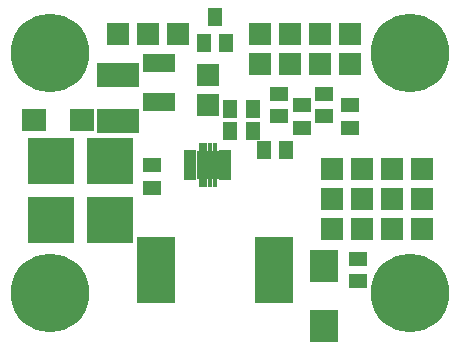
<source format=gbr>
G75*
G70*
%OFA0B0*%
%FSLAX24Y24*%
%IPPOS*%
%LPD*%
%AMOC8*
5,1,8,0,0,1.08239X$1,22.5*
%
%ADD10R,0.0590X0.0470*%
%ADD11R,0.0730X0.0730*%
%ADD12R,0.1080X0.0630*%
%ADD13R,0.0474X0.0631*%
%ADD14R,0.1419X0.0828*%
%ADD15R,0.0789X0.0749*%
%ADD16C,0.2620*%
%ADD17R,0.0470X0.0590*%
%ADD18R,0.0930X0.1080*%
%ADD19R,0.0415X0.0190*%
%ADD20R,0.0749X0.0926*%
%ADD21R,0.0178X0.0356*%
%ADD22C,0.0398*%
%ADD23R,0.1261X0.2245*%
%ADD24R,0.1580X0.1580*%
D10*
X005910Y006036D03*
X005910Y006784D03*
X010160Y008411D03*
X010910Y008784D03*
X011660Y008411D03*
X010910Y008036D03*
X010160Y009159D03*
X011660Y009159D03*
X012535Y008784D03*
X012535Y008036D03*
X012785Y003659D03*
X012785Y002911D03*
D11*
X012910Y004660D03*
X011910Y004660D03*
X011910Y005660D03*
X012910Y005660D03*
X013910Y005660D03*
X014910Y005660D03*
X014910Y004660D03*
X013910Y004660D03*
X013910Y006660D03*
X012910Y006660D03*
X011910Y006660D03*
X014910Y006660D03*
X012535Y010160D03*
X011535Y010160D03*
X010535Y010160D03*
X009535Y010160D03*
X009535Y011160D03*
X010535Y011160D03*
X011535Y011160D03*
X012535Y011160D03*
X007785Y009785D03*
X007785Y008785D03*
X006785Y011160D03*
X005785Y011160D03*
X004785Y011160D03*
D12*
X006160Y010185D03*
X006160Y008885D03*
D13*
X007661Y010852D03*
X008409Y010852D03*
X008035Y011718D03*
D14*
X004785Y009803D03*
X004785Y008267D03*
D15*
X003592Y008285D03*
X001978Y008285D03*
D16*
X002535Y002535D03*
X002535Y010535D03*
X014535Y010535D03*
X014535Y002535D03*
D17*
X010409Y007285D03*
X009661Y007285D03*
X009284Y007910D03*
X008536Y007910D03*
X008536Y008660D03*
X009284Y008660D03*
D18*
X011660Y003410D03*
X011660Y001410D03*
D19*
X008366Y006391D03*
X008366Y006588D03*
X008366Y006785D03*
X008366Y006982D03*
X008366Y007179D03*
X007204Y007179D03*
X007204Y006982D03*
X007204Y006785D03*
X007204Y006588D03*
X007204Y006391D03*
D20*
X007785Y006785D03*
D21*
X007706Y006224D03*
X007549Y006224D03*
X007864Y006224D03*
X008021Y006224D03*
X008021Y007346D03*
X007864Y007346D03*
X007706Y007346D03*
X007549Y007346D03*
D22*
X007628Y006942D03*
X007785Y006785D03*
X007628Y006628D03*
X007942Y006628D03*
X007942Y006942D03*
D23*
X006066Y003285D03*
X010004Y003285D03*
D24*
X004535Y004941D03*
X002566Y004941D03*
X002566Y006910D03*
X004535Y006910D03*
M02*

</source>
